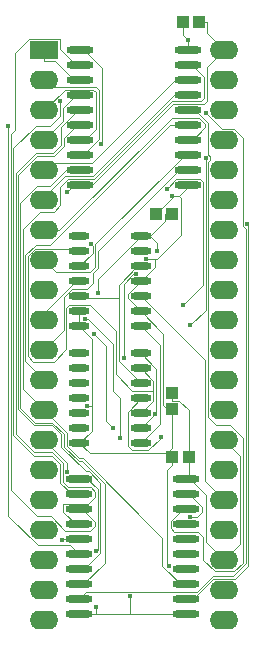
<source format=gtl>
G04 Layer: TopLayer*
G04 EasyEDA v6.5.22, 2023-01-18 22:18:13*
G04 66d29df89567445d99ed279259f9073e,7be1179030e74d40a97a3c751b95adb4,10*
G04 Gerber Generator version 0.2*
G04 Scale: 100 percent, Rotated: No, Reflected: No *
G04 Dimensions in millimeters *
G04 leading zeros omitted , absolute positions ,4 integer and 5 decimal *
%FSLAX45Y45*%
%MOMM*%

%AMMACRO1*21,1,$1,$2,0,0,$3*%
%ADD10C,0.1000*%
%ADD11O,2.2999954X0.5999988*%
%ADD12O,1.7999964X0.5999988*%
%ADD13R,1.0000X1.1000*%
%ADD14R,1.1000X1.0000*%
%ADD15MACRO1,2.3978X1.6002X0.0000*%
%ADD16O,2.3999952X1.5999968*%
%ADD17C,0.4000*%
%ADD18C,0.0152*%

%LPD*%
D10*
X2478786Y-1917700D02*
G01*
X2440431Y-1917700D01*
X2306828Y-1784095D01*
X2306828Y-1698244D01*
X2304034Y-1695450D01*
X2044445Y-1695450D01*
X1921763Y-1818131D01*
X1921763Y-2469895D01*
X1889505Y-2502154D01*
X1889505Y-5511292D01*
X2113279Y-5734812D01*
X2226563Y-5734812D01*
X2350007Y-5858255D01*
X2560574Y-5858255D01*
X2598165Y-5820918D01*
X2598165Y-5786120D01*
X2488691Y-5676900D01*
X2466086Y-5676900D01*
X2990595Y-4127500D02*
G01*
X3151886Y-4288789D01*
X3151886Y-4956810D01*
X2990595Y-5118100D01*
X2478786Y-2552700D02*
G01*
X2519679Y-2552700D01*
X2611627Y-2460752D01*
X2611627Y-2146807D01*
X2589022Y-2124202D01*
X2346197Y-2124202D01*
X2171700Y-2298700D01*
X2171700Y-2044700D02*
G01*
X2230881Y-2103881D01*
X2611627Y-2103881D01*
X2637281Y-2129536D01*
X2637281Y-2545079D01*
X2502661Y-2679700D01*
X2478786Y-2679700D01*
X2478786Y-2044700D02*
G01*
X2425700Y-2044700D01*
X2266950Y-1885950D01*
X2171700Y-1885950D01*
X2171700Y-1790700D02*
G01*
X2171700Y-1885950D01*
X2466086Y-5803900D02*
G01*
X2437892Y-5803900D01*
X2333752Y-5699760D01*
X2333752Y-5634481D01*
X2336800Y-5631687D01*
X2545079Y-5631687D01*
X2600706Y-5576062D01*
X2600706Y-5528563D01*
X2564384Y-5492242D01*
X2374645Y-5492242D01*
X2327910Y-5445252D01*
X2327910Y-5286247D01*
X2235454Y-5193792D01*
X2084070Y-5193792D01*
X1930145Y-5039868D01*
X1930145Y-2833370D01*
X2101342Y-2662173D01*
X2246629Y-2662173D01*
X2316226Y-2592578D01*
X2316226Y-2439162D01*
X2456688Y-2298700D01*
X2478786Y-2298700D01*
X2478786Y-2425700D02*
G01*
X2447797Y-2425700D01*
X2336545Y-2536952D01*
X2336545Y-2600960D01*
X2253742Y-2683510D01*
X2110486Y-2683510D01*
X1950465Y-2843529D01*
X1950465Y-4827778D01*
X2089404Y-4966462D01*
X2234692Y-4966462D01*
X2311400Y-5043423D01*
X2311400Y-5146547D01*
X2522220Y-5357368D01*
X2550922Y-5357368D01*
X2648711Y-5455157D01*
X2648711Y-6045200D01*
X2509011Y-6184900D01*
X2466086Y-6184900D01*
X3375913Y-5676900D02*
G01*
X3348227Y-5676900D01*
X3244341Y-5780786D01*
X3244341Y-5838444D01*
X3273297Y-5867400D01*
X3474465Y-5867400D01*
X3516375Y-5909563D01*
X3516375Y-6105905D01*
X3614674Y-6203950D01*
X3783075Y-6203950D01*
X3853179Y-6133845D01*
X3853179Y-5075173D01*
X3743706Y-4965700D01*
X3629152Y-4965700D01*
X3560572Y-4897120D01*
X3560572Y-2733802D01*
X3574795Y-2719578D01*
X3574795Y-2690621D01*
X3560572Y-2676397D01*
X3560572Y-2408428D01*
X3450843Y-2298700D01*
X3388613Y-2298700D01*
X2990595Y-3873500D02*
G01*
X3531870Y-4414773D01*
X3531870Y-5436870D01*
X3695700Y-5600700D01*
X2466086Y-6311900D02*
G01*
X2500375Y-6311900D01*
X2683002Y-6129273D01*
X2683002Y-5459984D01*
X2490470Y-5267452D01*
X2462529Y-5267452D01*
X2341371Y-5146294D01*
X2341371Y-5044439D01*
X2240026Y-4943094D01*
X2094737Y-4943094D01*
X1970786Y-4819395D01*
X1970786Y-3085337D01*
X2115312Y-2940812D01*
X2223262Y-2940812D01*
X2357373Y-2806700D01*
X2478786Y-2806700D01*
X2478786Y-2171700D02*
G01*
X2438400Y-2171700D01*
X2330450Y-2279650D01*
X2330450Y-2393950D01*
X2171700Y-2552700D01*
X2990595Y-4483100D02*
G01*
X3096768Y-4589271D01*
X3096768Y-4673600D01*
X3096768Y-4673600D02*
G01*
X3096768Y-4757928D01*
X2990595Y-4864100D01*
X2470404Y-3492500D02*
G01*
X2451354Y-3473450D01*
X2091944Y-3473450D01*
X2034031Y-3531362D01*
X2034031Y-4381754D01*
X2079752Y-4427473D01*
X2253742Y-4427473D01*
X2359913Y-4321302D01*
X2359913Y-3975607D01*
X2385060Y-3950462D01*
X2560827Y-3950462D01*
X2776981Y-4166362D01*
X2776981Y-4532121D01*
X2918459Y-4673600D01*
X3096768Y-4673600D01*
X3375913Y-6311900D02*
G01*
X3327654Y-6311900D01*
X3173475Y-6157721D01*
X3173475Y-5921755D01*
X2498852Y-5247131D01*
X2470911Y-5247131D01*
X2362962Y-5139181D01*
X2362962Y-5029962D01*
X2171700Y-4838700D01*
X2171700Y-4838700D02*
G01*
X1991105Y-4658105D01*
X1991105Y-3305810D01*
X2137155Y-3160013D01*
X2251455Y-3160013D01*
X2309368Y-3102102D01*
X2309368Y-2945384D01*
X2370073Y-2884678D01*
X2591308Y-2884678D01*
X3253993Y-2222245D01*
X3500374Y-2222245D01*
X3527806Y-2194560D01*
X3527806Y-2018537D01*
X3426968Y-1917700D01*
X3388613Y-1917700D01*
X2171700Y-3060700D02*
G01*
X2171700Y-3031997D01*
X2346452Y-2857245D01*
X2589275Y-2857245D01*
X3274822Y-2171700D01*
X3388613Y-2171700D01*
X2171700Y-4330700D02*
G01*
X2339594Y-4162805D01*
X2339594Y-3877563D01*
X2403347Y-3813555D01*
X2533650Y-3813555D01*
X2585465Y-3761739D01*
X2585465Y-3675379D01*
X2625090Y-3636010D01*
X2625090Y-3494023D01*
X3312413Y-2806700D01*
X3388613Y-2806700D01*
X3388613Y-2679700D02*
G01*
X3360420Y-2679700D01*
X2604770Y-3435350D01*
X2604770Y-3627628D01*
X2563622Y-3668776D01*
X2271776Y-3668776D01*
X2171700Y-3568700D01*
X2804668Y-3886454D02*
G01*
X2483358Y-3886454D01*
X2470404Y-3873500D01*
X2804668Y-3886454D02*
G01*
X2804668Y-4424171D01*
X2990595Y-4610100D01*
X2804668Y-3886454D02*
G01*
X2804668Y-3776726D01*
X2961893Y-3619500D01*
X2990595Y-3619500D01*
X2171700Y-4584700D02*
G01*
X2011426Y-4424426D01*
X2011426Y-3525265D01*
X2099055Y-3437636D01*
X2225039Y-3437636D01*
X3236975Y-2425700D01*
X3388613Y-2425700D01*
X3388613Y-2044700D02*
G01*
X3275838Y-2044700D01*
X2577338Y-2743200D01*
X2235200Y-2743200D01*
X2171700Y-2806700D01*
X3388613Y-2552700D02*
G01*
X3427729Y-2552700D01*
X3535425Y-2445257D01*
X3535425Y-2411984D01*
X3485641Y-2362200D01*
X3250691Y-2362200D01*
X2298192Y-3314700D01*
X2171700Y-3314700D01*
X2990595Y-4737100D02*
G01*
X2877820Y-4849876D01*
X2877820Y-5141721D01*
X2915665Y-5179821D01*
X3052825Y-5179821D01*
X3158997Y-5073650D01*
X3158997Y-5064760D01*
X3347211Y-3948937D02*
G01*
X3518915Y-3777234D01*
X3518915Y-2908807D01*
X3493261Y-2883154D01*
X3287775Y-2883154D01*
X3208274Y-2962402D01*
X2171700Y-5092700D02*
G01*
X2362962Y-5283962D01*
X2362962Y-5360923D01*
X2470404Y-3746500D02*
G01*
X2441956Y-3746500D01*
X2171700Y-4016755D01*
X2171700Y-4076700D01*
X2517393Y-4064000D02*
G01*
X2546350Y-4064000D01*
X2756661Y-4274312D01*
X2756661Y-4676902D01*
X2813050Y-4733289D01*
X2813050Y-5075681D01*
X2756661Y-4993131D02*
G01*
X2694431Y-4930902D01*
X2694431Y-4292854D01*
X2596134Y-4194810D01*
X2945891Y-3685286D02*
G01*
X2924556Y-3685286D01*
X2843784Y-3766312D01*
X2843784Y-4395978D01*
X2478786Y-1790700D02*
G01*
X2509520Y-1790700D01*
X2663697Y-1944878D01*
X2663697Y-2572765D01*
X2651759Y-2584704D01*
X2466086Y-5422900D02*
G01*
X2537713Y-5422900D01*
X2624327Y-5509513D01*
X2624327Y-6019800D01*
X2611881Y-6031992D01*
X3375913Y-5549900D02*
G01*
X3400043Y-5549900D01*
X3506215Y-5656071D01*
X3506215Y-5701792D01*
X3467608Y-5740400D01*
X3405886Y-5740400D01*
X2466086Y-6438900D02*
G01*
X2529840Y-6375145D01*
X3465322Y-6375145D01*
X3598925Y-6241795D01*
X3774186Y-6241795D01*
X3880611Y-6135115D01*
X3880611Y-3302000D01*
X3856481Y-3277870D01*
X3856481Y-2530855D01*
X3783075Y-2457450D01*
X3677158Y-2457450D01*
X3543808Y-2324100D01*
X2466086Y-6057900D02*
G01*
X2389886Y-5981700D01*
X2116073Y-5981700D01*
X1869439Y-5735065D01*
X1869439Y-2434589D01*
X2466086Y-5930900D02*
G01*
X2329942Y-5930900D01*
X2320036Y-5940805D01*
X3539490Y-2705100D02*
G01*
X3539490Y-3987800D01*
X3406140Y-4121150D01*
X3375913Y-6438900D02*
G01*
X3430270Y-6438900D01*
X3601720Y-6267450D01*
X3788918Y-6267450D01*
X3900931Y-6155436D01*
X3900931Y-3272536D01*
X3891534Y-3263392D01*
X3388613Y-1708150D02*
G01*
X3346450Y-1665731D01*
X3346450Y-1549400D01*
X3251200Y-4692650D02*
G01*
X3251200Y-4757673D01*
X3257804Y-3175000D02*
G01*
X3192525Y-3175000D01*
X3695700Y-5092700D02*
G01*
X3832859Y-5229860D01*
X3832859Y-5971539D01*
X3695700Y-6108700D01*
X3251200Y-4757673D02*
G01*
X3316477Y-4757673D01*
X3397504Y-4838700D01*
X3397504Y-5232400D01*
X3397504Y-5232400D02*
G01*
X3397504Y-5422900D01*
X3375913Y-5422900D02*
G01*
X3397504Y-5422900D01*
X3397504Y-5422900D02*
G01*
X3407156Y-5422900D01*
X3540506Y-5556504D01*
X3540506Y-5953505D01*
X3695700Y-6108700D01*
X3388613Y-1708150D02*
G01*
X3388613Y-1790700D01*
X2990595Y-4356100D02*
G01*
X3120897Y-4486402D01*
X3120897Y-4860797D01*
X3110738Y-4870957D01*
X3110738Y-4870957D02*
G01*
X2990595Y-4991100D01*
X3129025Y-3488944D02*
G01*
X3129025Y-3427221D01*
X3067304Y-3365500D01*
X3192525Y-3175000D02*
G01*
X3192525Y-3240278D01*
X3067304Y-3365500D01*
X3067304Y-3365500D02*
G01*
X2990595Y-3365500D01*
X2626613Y-3848607D02*
G01*
X2626613Y-3729481D01*
X2990595Y-3365500D01*
X2466086Y-5549900D02*
G01*
X2403602Y-5549900D01*
X2307589Y-5453634D01*
X2307589Y-5294629D01*
X2236978Y-5224018D01*
X2085847Y-5224018D01*
X1909826Y-5048250D01*
X1909826Y-2621787D01*
X2098802Y-2432812D01*
X2220976Y-2432812D01*
X2306828Y-2346960D01*
X2306828Y-2217673D01*
X3486404Y-1549400D02*
G01*
X3551681Y-1549400D01*
X3257295Y-5232400D02*
G01*
X3217163Y-5192013D01*
X3251200Y-4897881D02*
G01*
X3251200Y-5157978D01*
X3217163Y-5192013D01*
X3251200Y-4832604D02*
G01*
X3251200Y-4865115D01*
X3251200Y-4865115D02*
G01*
X3251200Y-4897881D01*
X3217163Y-5192013D02*
G01*
X3203956Y-5204968D01*
X2557525Y-5204968D01*
X2470404Y-5118100D01*
X3251200Y-4865115D02*
G01*
X3181095Y-4795012D01*
X3181095Y-4191000D01*
X2990595Y-4000500D01*
X2990595Y-4000500D02*
G01*
X2882900Y-3892804D01*
X2882900Y-3854195D01*
X2990595Y-3746500D01*
X2470404Y-4127500D02*
G01*
X2576829Y-4233926D01*
X2576829Y-4803902D01*
X2576829Y-4803902D02*
G01*
X2576829Y-5011673D01*
X2470404Y-5118100D01*
X2576829Y-4803902D02*
G01*
X2534411Y-4803902D01*
X2470404Y-3619500D02*
G01*
X2584450Y-3505707D01*
X2584450Y-3445002D01*
X2568447Y-3429000D01*
X3257295Y-5232400D02*
G01*
X3257295Y-5302757D01*
X3257295Y-5302757D02*
G01*
X3214370Y-5345684D01*
X3214370Y-6145784D01*
X3229863Y-6161278D01*
X3107181Y-3556000D02*
G01*
X3107181Y-3629660D01*
X2990595Y-3746500D01*
X3107181Y-3556000D02*
G01*
X3035554Y-3556000D01*
X2365502Y-2992373D02*
G01*
X2424176Y-2933700D01*
X2478786Y-2933700D01*
X3551681Y-1549400D02*
G01*
X3551681Y-1646681D01*
X3695700Y-1790700D01*
X2478786Y-2933700D02*
G01*
X2578100Y-2933700D01*
X3265424Y-2246376D01*
X3525520Y-2246376D01*
X3552190Y-2219452D01*
X3552190Y-1934210D01*
X3695700Y-1790700D01*
X2470404Y-4127500D02*
G01*
X2470404Y-4000500D01*
X3117595Y-3175000D02*
G01*
X3254247Y-3038347D01*
X3254247Y-3026410D01*
X3313429Y-3026410D02*
G01*
X3330193Y-3043173D01*
X3330193Y-3351529D01*
X3125724Y-3556000D01*
X3107181Y-3556000D01*
X3254247Y-3026410D02*
G01*
X3313429Y-3026410D01*
X3313429Y-3026410D02*
G01*
X3388613Y-2950971D01*
X3388613Y-2933700D01*
X2901441Y-6410452D02*
G01*
X2901441Y-6565900D01*
X3375913Y-6565900D02*
G01*
X2901441Y-6565900D01*
X2609341Y-6565900D02*
G01*
X2609341Y-6509004D01*
X2901441Y-6565900D02*
G01*
X2609341Y-6565900D01*
X2609341Y-6565900D02*
G01*
X2466086Y-6565900D01*
D11*
G01*
X3388690Y-2933700D03*
G01*
X3388690Y-2806700D03*
G01*
X3388690Y-2679700D03*
G01*
X3388690Y-2552700D03*
G01*
X3388690Y-2425700D03*
G01*
X3388690Y-2298700D03*
G01*
X3388690Y-2171700D03*
G01*
X3388690Y-2044700D03*
G01*
X3388690Y-1917700D03*
G01*
X3388690Y-1790700D03*
G01*
X2478709Y-2933700D03*
G01*
X2478709Y-2806700D03*
G01*
X2478709Y-2679700D03*
G01*
X2478709Y-2552700D03*
G01*
X2478709Y-2425700D03*
G01*
X2478709Y-2298700D03*
G01*
X2478709Y-2171700D03*
G01*
X2478709Y-2044700D03*
G01*
X2478709Y-1917700D03*
G01*
X2478709Y-1790700D03*
G01*
X3375990Y-6565900D03*
G01*
X3375990Y-6438900D03*
G01*
X3375990Y-6311900D03*
G01*
X3375990Y-6184900D03*
G01*
X3375990Y-6057900D03*
G01*
X3375990Y-5930900D03*
G01*
X3375990Y-5803900D03*
G01*
X3375990Y-5676900D03*
G01*
X3375990Y-5549900D03*
G01*
X3375990Y-5422900D03*
G01*
X2466009Y-6565900D03*
G01*
X2466009Y-6438900D03*
G01*
X2466009Y-6311900D03*
G01*
X2466009Y-6184900D03*
G01*
X2466009Y-6057900D03*
G01*
X2466009Y-5930900D03*
G01*
X2466009Y-5803900D03*
G01*
X2466009Y-5676900D03*
G01*
X2466009Y-5549900D03*
G01*
X2466009Y-5422900D03*
D12*
G01*
X2470505Y-4356100D03*
G01*
X2470505Y-4483100D03*
G01*
X2470505Y-4610100D03*
G01*
X2470505Y-4737100D03*
G01*
X2470505Y-4864100D03*
G01*
X2470505Y-4991100D03*
G01*
X2470505Y-5118100D03*
G01*
X2990494Y-4356100D03*
G01*
X2990494Y-4483100D03*
G01*
X2990494Y-4610100D03*
G01*
X2990494Y-4737100D03*
G01*
X2990494Y-4864100D03*
G01*
X2990494Y-4991100D03*
G01*
X2990494Y-5118100D03*
G01*
X2470505Y-3365500D03*
G01*
X2470505Y-3492500D03*
G01*
X2470505Y-3619500D03*
G01*
X2470505Y-3746500D03*
G01*
X2470505Y-3873500D03*
G01*
X2470505Y-4000500D03*
G01*
X2470505Y-4127500D03*
G01*
X2990494Y-3365500D03*
G01*
X2990494Y-3492500D03*
G01*
X2990494Y-3619500D03*
G01*
X2990494Y-3746500D03*
G01*
X2990494Y-3873500D03*
G01*
X2990494Y-4000500D03*
G01*
X2990494Y-4127500D03*
D13*
G01*
X3257397Y-5232400D03*
G01*
X3397402Y-5232400D03*
G01*
X3486302Y-1549400D03*
G01*
X3346322Y-1549400D03*
G01*
X3117697Y-3175000D03*
G01*
X3257702Y-3175000D03*
D14*
G01*
X3251200Y-4832502D03*
G01*
X3251200Y-4692522D03*
D15*
G01*
X2171700Y-1790700D03*
D16*
G01*
X3695700Y-6616700D03*
G01*
X2171700Y-2044700D03*
G01*
X3695700Y-6362700D03*
G01*
X2171700Y-2298700D03*
G01*
X3695700Y-6108700D03*
G01*
X2171700Y-2552700D03*
G01*
X3695700Y-5854700D03*
G01*
X2171700Y-2806700D03*
G01*
X3695700Y-5600700D03*
G01*
X2171700Y-3060700D03*
G01*
X3695700Y-5346700D03*
G01*
X2171700Y-3314700D03*
G01*
X3695700Y-5092700D03*
G01*
X2171700Y-3568700D03*
G01*
X3695700Y-4838700D03*
G01*
X2171700Y-3822700D03*
G01*
X3695700Y-4584700D03*
G01*
X2171700Y-4076700D03*
G01*
X3695700Y-4330700D03*
G01*
X2171700Y-4330700D03*
G01*
X3695700Y-4076700D03*
G01*
X2171700Y-4584700D03*
G01*
X3695700Y-3822700D03*
G01*
X2171700Y-4838700D03*
G01*
X3695700Y-3568700D03*
G01*
X2171700Y-5092700D03*
G01*
X3695700Y-3314700D03*
G01*
X2171700Y-5346700D03*
G01*
X3695700Y-3060700D03*
G01*
X2171700Y-5600700D03*
G01*
X3695700Y-2806700D03*
G01*
X2171700Y-5854700D03*
G01*
X3695700Y-2552700D03*
G01*
X2171700Y-6108700D03*
G01*
X3695700Y-2298700D03*
G01*
X2171700Y-6362700D03*
G01*
X3695700Y-2044700D03*
G01*
X2171700Y-6616700D03*
G01*
X3695700Y-1790700D03*
D17*
G01*
X2609341Y-6509004D03*
G01*
X2901441Y-6410452D03*
G01*
X3254247Y-3026410D03*
G01*
X3035554Y-3556000D03*
G01*
X2365502Y-2992373D03*
G01*
X3229863Y-6161278D03*
G01*
X2568447Y-3429000D03*
G01*
X2534411Y-4803902D03*
G01*
X2306828Y-2217673D03*
G01*
X2626613Y-3848607D03*
G01*
X3129025Y-3488944D03*
G01*
X3110738Y-4870957D03*
G01*
X3388613Y-1708150D03*
G01*
X3891534Y-3263392D03*
G01*
X3539490Y-2705100D03*
G01*
X3406140Y-4121150D03*
G01*
X2320036Y-5940805D03*
G01*
X1869439Y-2434589D03*
G01*
X3543808Y-2324100D03*
G01*
X3405886Y-5740400D03*
G01*
X2611881Y-6031992D03*
G01*
X2651759Y-2584704D03*
G01*
X2843784Y-4395978D03*
G01*
X2945891Y-3685286D03*
G01*
X2756661Y-4993131D03*
G01*
X2596134Y-4194810D03*
G01*
X2813050Y-5075681D03*
G01*
X2517393Y-4064000D03*
G01*
X2362962Y-5360923D03*
G01*
X3208274Y-2962402D03*
G01*
X3347211Y-3948937D03*
G01*
X3158997Y-5064760D03*
M02*

</source>
